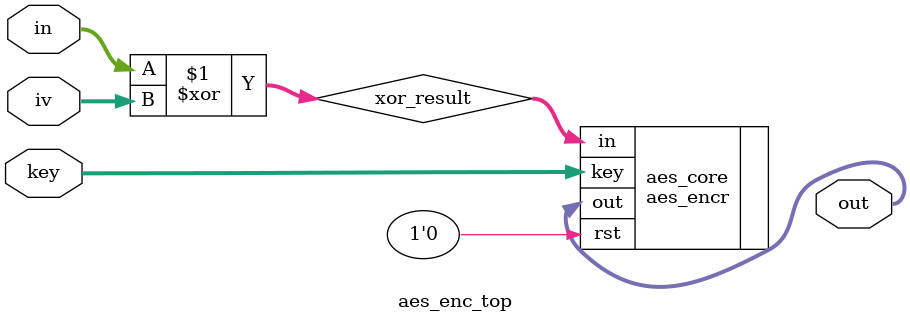
<source format=v>
`timescale 1ns / 1ps


module aes_enc_top(
input wire [127:0] in,  // Plaintext
    input wire [127:0] iv,  // Initial Vector
    input wire [127:0] key, // Cipher Key
    output wire [127:0] out // Ciphertext 
);
    wire [127:0] xor_result;

    
    assign xor_result = in ^ iv;

   
    aes_encr aes_core (
        .rst(1'b0),
        .in(xor_result), // Input bây giờ là kết quả XOR
        .key(key),
        .out(out)        // Output này chính là Ciphertext chuẩn CBC
    );

  
endmodule

</source>
